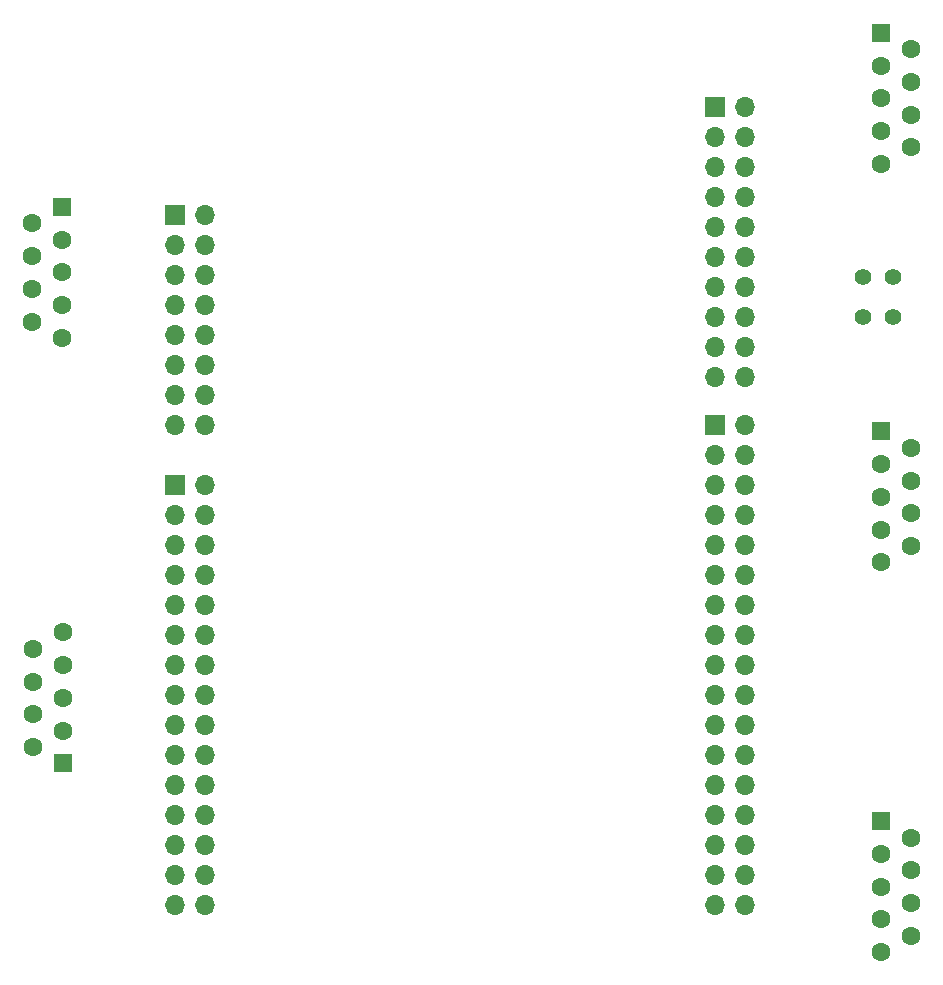
<source format=gbs>
G04 #@! TF.GenerationSoftware,KiCad,Pcbnew,8.0.2*
G04 #@! TF.CreationDate,2024-06-02T13:15:13+02:00*
G04 #@! TF.ProjectId,sample,73616d70-6c65-42e6-9b69-6361645f7063,rev?*
G04 #@! TF.SameCoordinates,Original*
G04 #@! TF.FileFunction,Soldermask,Bot*
G04 #@! TF.FilePolarity,Negative*
%FSLAX46Y46*%
G04 Gerber Fmt 4.6, Leading zero omitted, Abs format (unit mm)*
G04 Created by KiCad (PCBNEW 8.0.2) date 2024-06-02 13:15:13*
%MOMM*%
%LPD*%
G01*
G04 APERTURE LIST*
%ADD10R,1.700000X1.700000*%
%ADD11O,1.700000X1.700000*%
%ADD12C,1.400000*%
%ADD13R,1.600000X1.600000*%
%ADD14C,1.600000*%
G04 APERTURE END LIST*
D10*
X103500000Y-91200000D03*
D11*
X106040000Y-91200000D03*
X103500000Y-93740000D03*
X106040000Y-93740000D03*
X103500000Y-96280000D03*
X106040000Y-96280000D03*
X103500000Y-98820000D03*
X106040000Y-98820000D03*
X103500000Y-101360000D03*
X106040000Y-101360000D03*
X103500000Y-103900000D03*
X106040000Y-103900000D03*
X103500000Y-106440000D03*
X106040000Y-106440000D03*
X103500000Y-108980000D03*
X106040000Y-108980000D03*
X103500000Y-111520000D03*
X106040000Y-111520000D03*
X103500000Y-114060000D03*
X106040000Y-114060000D03*
X103500000Y-116600000D03*
X106040000Y-116600000D03*
X103500000Y-119140000D03*
X106040000Y-119140000D03*
X103500000Y-121680000D03*
X106040000Y-121680000D03*
X103500000Y-124220000D03*
X106040000Y-124220000D03*
X103500000Y-126760000D03*
X106040000Y-126760000D03*
D12*
X161750000Y-73650000D03*
X164290000Y-73650000D03*
D10*
X149220000Y-59196000D03*
D11*
X151760000Y-59196000D03*
X149220000Y-61736000D03*
X151760000Y-61736000D03*
X149220000Y-64276000D03*
X151760000Y-64276000D03*
X149220000Y-66816000D03*
X151760000Y-66816000D03*
X149220000Y-69356000D03*
X151760000Y-69356000D03*
X149220000Y-71896000D03*
X151760000Y-71896000D03*
X149220000Y-74436000D03*
X151760000Y-74436000D03*
X149220000Y-76976000D03*
X151760000Y-76976000D03*
X149220000Y-79516000D03*
X151760000Y-79516000D03*
X149220000Y-82056000D03*
X151760000Y-82056000D03*
D12*
X161750000Y-77000000D03*
X164290000Y-77000000D03*
D13*
X163269669Y-52950000D03*
D14*
X163269669Y-55720000D03*
X163269669Y-58490000D03*
X163269669Y-61260000D03*
X163269669Y-64030000D03*
X165809669Y-54335000D03*
X165809669Y-57105000D03*
X165809669Y-59875000D03*
X165809669Y-62645000D03*
D13*
X93930331Y-67690000D03*
D14*
X93930331Y-70460000D03*
X93930331Y-73230000D03*
X93930331Y-76000000D03*
X93930331Y-78770000D03*
X91390331Y-69075000D03*
X91390331Y-71845000D03*
X91390331Y-74615000D03*
X91390331Y-77385000D03*
D10*
X149220000Y-86120000D03*
D11*
X151760000Y-86120000D03*
X149220000Y-88660000D03*
X151760000Y-88660000D03*
X149220000Y-91200000D03*
X151760000Y-91200000D03*
X149220000Y-93740000D03*
X151760000Y-93740000D03*
X149220000Y-96280000D03*
X151760000Y-96280000D03*
X149220000Y-98820000D03*
X151760000Y-98820000D03*
X149220000Y-101360000D03*
X151760000Y-101360000D03*
X149220000Y-103900000D03*
X151760000Y-103900000D03*
X149220000Y-106440000D03*
X151760000Y-106440000D03*
X149220000Y-108980000D03*
X151760000Y-108980000D03*
X149220000Y-111520000D03*
X151760000Y-111520000D03*
X149220000Y-114060000D03*
X151760000Y-114060000D03*
X149220000Y-116600000D03*
X151760000Y-116600000D03*
X149220000Y-119140000D03*
X151760000Y-119140000D03*
X149220000Y-121680000D03*
X151760000Y-121680000D03*
X149220000Y-124220000D03*
X151760000Y-124220000D03*
X149220000Y-126760000D03*
X151760000Y-126760000D03*
D13*
X163269669Y-86690000D03*
D14*
X163269669Y-89460000D03*
X163269669Y-92230000D03*
X163269669Y-95000000D03*
X163269669Y-97770000D03*
X165809669Y-88075000D03*
X165809669Y-90845000D03*
X165809669Y-93615000D03*
X165809669Y-96385000D03*
D13*
X94030331Y-114790000D03*
D14*
X94030331Y-112020000D03*
X94030331Y-109250000D03*
X94030331Y-106480000D03*
X94030331Y-103710000D03*
X91490331Y-113405000D03*
X91490331Y-110635000D03*
X91490331Y-107865000D03*
X91490331Y-105095000D03*
D13*
X163269669Y-119690000D03*
D14*
X163269669Y-122460000D03*
X163269669Y-125230000D03*
X163269669Y-128000000D03*
X163269669Y-130770000D03*
X165809669Y-121075000D03*
X165809669Y-123845000D03*
X165809669Y-126615000D03*
X165809669Y-129385000D03*
D10*
X103500000Y-68340000D03*
D11*
X106040000Y-68340000D03*
X103500000Y-70880000D03*
X106040000Y-70880000D03*
X103500000Y-73420000D03*
X106040000Y-73420000D03*
X103500000Y-75960000D03*
X106040000Y-75960000D03*
X103500000Y-78500000D03*
X106040000Y-78500000D03*
X103500000Y-81040000D03*
X106040000Y-81040000D03*
X103500000Y-83580000D03*
X106040000Y-83580000D03*
X103500000Y-86120000D03*
X106040000Y-86120000D03*
M02*

</source>
